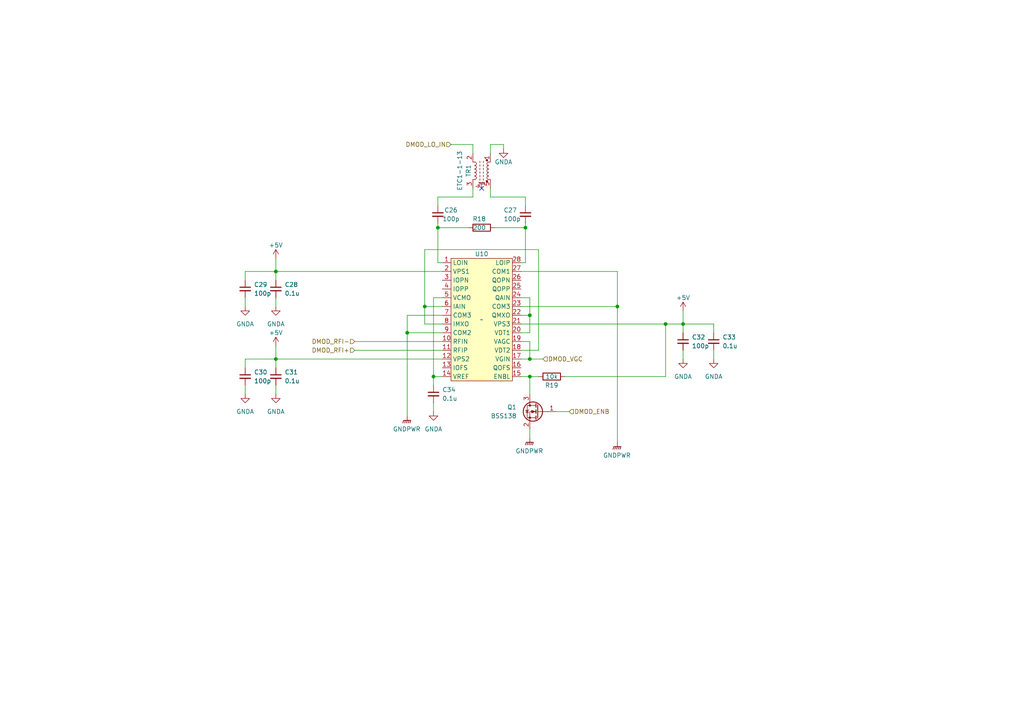
<source format=kicad_sch>
(kicad_sch (version 20230121) (generator eeschema)
  (paper "A4")
  (lib_symbols
    (symbol "Device:C_Small" (pin_numbers hide) (pin_names (offset 0.254) hide)
      (property "Reference" "C" (at 0.254 1.778 0))
      (property "Value" "C_Small" (at 0.254 -2.032 0))
      (symbol "C_Small_0_1"
        (polyline (pts (xy -1.524 -0.508) (xy 1.524 -0.508)) (stroke (width 0.3302)))
        (polyline (pts (xy -1.524 0.508) (xy 1.524 0.508)) (stroke (width 0.3048)))
      )
      (symbol "C_Small_1_1"
        (pin passive line (at 0 2.54 270) (length 2.032) (name "~") (number "1"))
        (pin passive line (at 0 -2.54 90) (length 2.032) (name "~") (number "2"))
      )
    )
    (symbol "Device:R" (pin_numbers hide) (pin_names (offset 0))
      (property "Reference" "R" (at 2.032 0 90))
      (property "Value" "R" (at 0 0 90))
      (symbol "R_0_1"
        (rectangle (start -1.016 -2.54) (end 1.016 2.54) (stroke (width 0.254)))
      )
      (symbol "R_1_1"
        (pin passive line (at 0 3.81 270) (length 1.27) (name "~") (number "1"))
        (pin passive line (at 0 -3.81 90) (length 1.27) (name "~") (number "2"))
      )
    )
    (symbol "MRDT_ICs:AD8347ARUZ"
      (property "Reference" "U" (at 0 19.05 0))
      (symbol "AD8347ARUZ_1_1"
        (rectangle (start -8.89 17.78) (end 8.89 -17.78) (fill (type background)))
        (pin input line (at -11.43 16.51 0) (length 2.54) (name "LOIN") (number "1"))
        (pin input line (at -11.43 -6.35 0) (length 2.54) (name "RFIN") (number "10"))
        (pin input line (at -11.43 -8.89 0) (length 2.54) (name "RFIP") (number "11"))
        (pin power_in line (at -11.43 -11.43 0) (length 2.54) (name "VPS2") (number "12"))
        (pin input line (at -11.43 -13.97 0) (length 2.54) (name "IOFS") (number "13"))
        (pin output line (at -11.43 -16.51 0) (length 2.54) (name "VREF") (number "14"))
        (pin input line (at 11.43 -16.51 180) (length 2.54) (name "ENBL") (number "15"))
        (pin input line (at 11.43 -13.97 180) (length 2.54) (name "QOFS") (number "16"))
        (pin input line (at 11.43 -11.43 180) (length 2.54) (name "VGIN") (number "17"))
        (pin input line (at 11.43 -8.89 180) (length 2.54) (name "VDT2") (number "18"))
        (pin output line (at 11.43 -6.35 180) (length 2.54) (name "VAGC") (number "19"))
        (pin power_in line (at -11.43 13.97 0) (length 2.54) (name "VPS1") (number "2"))
        (pin input line (at 11.43 -3.81 180) (length 2.54) (name "VDT1") (number "20"))
        (pin power_in line (at 11.43 -1.27 180) (length 2.54) (name "VPS3") (number "21"))
        (pin output line (at 11.43 1.27 180) (length 2.54) (name "QMXO") (number "22"))
        (pin power_in line (at 11.43 3.81 180) (length 2.54) (name "COM3") (number "23"))
        (pin input line (at 11.43 6.35 180) (length 2.54) (name "QAIN") (number "24"))
        (pin output line (at 11.43 8.89 180) (length 2.54) (name "QOPP") (number "25"))
        (pin output line (at 11.43 11.43 180) (length 2.54) (name "QOPN") (number "26"))
        (pin power_in line (at 11.43 13.97 180) (length 2.54) (name "COM1") (number "27"))
        (pin input line (at 11.43 16.51 180) (length 2.54) (name "LOIP") (number "28"))
        (pin output line (at -11.43 11.43 0) (length 2.54) (name "IOPN") (number "3"))
        (pin output line (at -11.43 8.89 0) (length 2.54) (name "IOPP") (number "4"))
        (pin input line (at -11.43 6.35 0) (length 2.54) (name "VCMO") (number "5"))
        (pin input line (at -11.43 3.81 0) (length 2.54) (name "IAIN") (number "6"))
        (pin power_in line (at -11.43 1.27 0) (length 2.54) (name "COM3") (number "7"))
        (pin output line (at -11.43 -1.27 0) (length 2.54) (name "IMXO") (number "8"))
        (pin power_in line (at -11.43 -3.81 0) (length 2.54) (name "COM2") (number "9"))
      )
    )
    (symbol "Transformer:ETC1-1-13" (pin_names hide)
      (property "Reference" "TR" (at 0 3.81 0))
      (property "Value" "ETC1-1-13" (at 0 -3.81 0))
      (symbol "ETC1-1-13_0_0"
        (polyline (pts (xy 3.81 0.762) (xy 3.81 -0.762)))
        (text "Mounting" (at 3.429 0 900) (effects (font (size 0.254 0.254) bold)))
      )
      (symbol "ETC1-1-13_1_1"
        (circle (center -3.048 1.524) (radius 0.254) (fill (type outline)))
        (arc (start -2.54 2.032) (mid -2.032 1.5262) (end -1.524 2.032))
        (arc (start -1.524 -2.032) (mid -2.032 -1.5262) (end -2.54 -2.032))
        (arc (start -1.524 2.032) (mid -1.016 1.5262) (end -0.508 2.032))
        (arc (start -0.508 -2.032) (mid -1.016 -1.5262) (end -1.524 -2.032))
        (arc (start -0.508 2.032) (mid 0 1.5262) (end 0.508 2.032))
        (polyline (pts (xy -2.794 -0.508) (xy -2.286 -0.508)))
        (polyline (pts (xy -2.794 0.508) (xy -2.286 0.508)))
        (polyline (pts (xy -2.54 -2.032) (xy -2.54 -2.54)))
        (polyline (pts (xy -2.54 2.032) (xy -2.54 2.54)))
        (polyline (pts (xy -1.778 -0.508) (xy -1.27 -0.508)))
        (polyline (pts (xy -1.778 0.508) (xy -1.27 0.508)))
        (polyline (pts (xy -0.762 -0.508) (xy -0.254 -0.508)))
        (polyline (pts (xy -0.762 0.508) (xy -0.254 0.508)))
        (polyline (pts (xy 0.254 -0.508) (xy 0.762 -0.508)))
        (polyline (pts (xy 0.254 0.508) (xy 0.762 0.508)))
        (polyline (pts (xy 1.27 -0.508) (xy 1.778 -0.508)))
        (polyline (pts (xy 1.27 0.508) (xy 1.778 0.508)))
        (polyline (pts (xy 2.286 -0.508) (xy 2.794 -0.508)))
        (polyline (pts (xy 2.286 0.508) (xy 2.794 0.508)))
        (polyline (pts (xy 2.54 -2.032) (xy 2.54 -2.54)))
        (polyline (pts (xy 2.54 2.54) (xy 2.54 2.032)))
        (arc (start 0.508 -2.032) (mid 0 -1.5262) (end -0.508 -2.032))
        (arc (start 0.508 2.032) (mid 1.016 1.5262) (end 1.524 2.032))
        (arc (start 1.524 -2.032) (mid 1.016 -1.5262) (end 0.508 -2.032))
        (arc (start 1.524 2.032) (mid 2.032 1.5262) (end 2.54 2.032))
        (arc (start 2.54 -2.032) (mid 2.032 -1.5262) (end 1.524 -2.032))
        (circle (center 3.048 1.524) (radius 0.254) (fill (type outline)))
        (pin passive line (at -5.08 2.54 0) (length 2.54) (name "~") (number "1"))
        (pin passive line (at -5.08 -2.54 0) (length 2.54) (name "~") (number "2"))
        (pin passive line (at 5.08 -2.54 180) (length 2.54) (name "~") (number "3"))
        (pin passive line (at 5.08 0 180) (length 1.27) (name "MP") (number "4"))
        (pin passive line (at 5.08 2.54 180) (length 2.54) (name "~") (number "5"))
      )
    )
    (symbol "Transistor_FET:BSS138" (pin_names hide)
      (property "Reference" "Q" (at 5.08 1.905 0))
      (property "Value" "BSS138" (at 5.08 0 0))
      (symbol "BSS138_0_1"
        (polyline (pts (xy 0.254 0) (xy -2.54 0)))
        (polyline (pts (xy 0.254 1.905) (xy 0.254 -1.905)) (stroke (width 0.254)))
        (polyline (pts (xy 0.762 -1.27) (xy 0.762 -2.286)) (stroke (width 0.254)))
        (polyline (pts (xy 0.762 0.508) (xy 0.762 -0.508)) (stroke (width 0.254)))
        (polyline (pts (xy 0.762 2.286) (xy 0.762 1.27)) (stroke (width 0.254)))
        (polyline (pts (xy 2.54 2.54) (xy 2.54 1.778)))
        (polyline (pts (xy 2.54 -2.54) (xy 2.54 0) (xy 0.762 0)))
        (polyline (pts (xy 0.762 -1.778) (xy 3.302 -1.778) (xy 3.302 1.778) (xy 0.762 1.778)))
        (polyline (pts (xy 1.016 0) (xy 2.032 0.381) (xy 2.032 -0.381) (xy 1.016 0)) (fill (type outline)))
        (polyline (pts (xy 2.794 0.508) (xy 2.921 0.381) (xy 3.683 0.381) (xy 3.81 0.254)))
        (polyline (pts (xy 3.302 0.381) (xy 2.921 -0.254) (xy 3.683 -0.254) (xy 3.302 0.381)))
        (circle (center 1.651 0) (radius 2.794) (stroke (width 0.254)))
        (circle (center 2.54 -1.778) (radius 0.254) (fill (type outline)))
        (circle (center 2.54 1.778) (radius 0.254) (fill (type outline)))
      )
      (symbol "BSS138_1_1"
        (pin input line (at -5.08 0 0) (length 2.54) (name "G") (number "1"))
        (pin passive line (at 2.54 -5.08 90) (length 2.54) (name "S") (number "2"))
        (pin passive line (at 2.54 5.08 270) (length 2.54) (name "D") (number "3"))
      )
    )
    (symbol "power:+5V" (power) (pin_names (offset 0))
      (property "Value" "+5V" (at 0 3.556 0))
      (symbol "+5V_0_1"
        (polyline (pts (xy -0.762 1.27) (xy 0 2.54)))
        (polyline (pts (xy 0 0) (xy 0 2.54)))
        (polyline (pts (xy 0 2.54) (xy 0.762 1.27)))
      )
      (symbol "+5V_1_1"
        (pin power_in line (at 0 0 90) (length 0) hide (name "+5V") (number "1"))
      )
    )
    (symbol "power:GNDA" (power) (pin_names (offset 0))
      (property "Value" "GNDA" (at 0 -3.81 0))
      (symbol "GNDA_0_1"
        (polyline (pts (xy 0 0) (xy 0 -1.27) (xy 1.27 -1.27) (xy 0 -2.54) (xy -1.27 -1.27) (xy 0 -1.27)))
      )
      (symbol "GNDA_1_1"
        (pin power_in line (at 0 0 270) (length 0) hide (name "GNDA") (number "1"))
      )
    )
    (symbol "power:GNDPWR" (power) (pin_names (offset 0))
      (property "Value" "GNDPWR" (at 0 -3.302 0))
      (symbol "GNDPWR_0_1"
        (polyline (pts (xy 0 -1.27) (xy 0 0)))
        (polyline (pts (xy -1.016 -1.27) (xy -1.27 -2.032) (xy -1.27 -2.032)) (stroke (width 0.2032)))
        (polyline (pts (xy -0.508 -1.27) (xy -0.762 -2.032) (xy -0.762 -2.032)) (stroke (width 0.2032)))
        (polyline (pts (xy 0 -1.27) (xy -0.254 -2.032) (xy -0.254 -2.032)) (stroke (width 0.2032)))
        (polyline (pts (xy 0.508 -1.27) (xy 0.254 -2.032) (xy 0.254 -2.032)) (stroke (width 0.2032)))
        (polyline (pts (xy 1.016 -1.27) (xy -1.016 -1.27) (xy -1.016 -1.27)) (stroke (width 0.2032)))
        (polyline (pts (xy 1.016 -1.27) (xy 0.762 -2.032) (xy 0.762 -2.032) (xy 0.762 -2.032)) (stroke (width 0.2032)))
      )
      (symbol "GNDPWR_1_1"
        (pin power_in line (at 0 0 270) (length 0) hide (name "GNDPWR") (number "1"))
      )
    )
  )
  (junction (at 152.4 66.04))
  (junction (at 153.67 91.44))
  (junction (at 80.01 104.14))
  (junction (at 153.67 109.22))
  (junction (at 125.73 109.22))
  (junction (at 118.11 96.52))
  (junction (at 153.67 104.14))
  (junction (at 193.04 93.98))
  (junction (at 123.19 88.9))
  (junction (at 127 66.04))
  (junction (at 198.12 93.98))
  (junction (at 80.01 78.74))
  (junction (at 179.07 88.9))
  (no_connect (at 139.7 54.61))
  (wire (pts (xy 80.01 104.14) (xy 80.01 106.68)))
  (wire (pts (xy 128.27 93.98) (xy 123.19 93.98)))
  (wire (pts (xy 80.01 74.93) (xy 80.01 78.74)))
  (wire (pts (xy 153.67 99.06) (xy 151.13 99.06)))
  (wire (pts (xy 151.13 101.6) (xy 156.21 101.6)))
  (wire (pts (xy 152.4 64.77) (xy 152.4 66.04)))
  (wire (pts (xy 137.16 41.91) (xy 137.16 44.45)))
  (wire (pts (xy 151.13 109.22) (xy 153.67 109.22)))
  (wire (pts (xy 125.73 109.22) (xy 125.73 111.76)))
  (wire (pts (xy 137.16 54.61) (xy 137.16 57.15)))
  (wire (pts (xy 102.87 101.6) (xy 128.27 101.6)))
  (wire (pts (xy 123.19 93.98) (xy 123.19 88.9)))
  (wire (pts (xy 102.87 99.06) (xy 128.27 99.06)))
  (wire (pts (xy 80.01 104.14) (xy 128.27 104.14)))
  (wire (pts (xy 118.11 96.52) (xy 118.11 91.44)))
  (wire (pts (xy 153.67 104.14) (xy 157.48 104.14)))
  (wire (pts (xy 151.13 96.52) (xy 153.67 96.52)))
  (wire (pts (xy 127 57.15) (xy 127 59.69)))
  (wire (pts (xy 128.27 109.22) (xy 125.73 109.22)))
  (wire (pts (xy 179.07 128.27) (xy 179.07 88.9)))
  (wire (pts (xy 153.67 96.52) (xy 153.67 91.44)))
  (wire (pts (xy 80.01 78.74) (xy 80.01 81.28)))
  (wire (pts (xy 193.04 109.22) (xy 193.04 93.98)))
  (wire (pts (xy 118.11 96.52) (xy 128.27 96.52)))
  (wire (pts (xy 142.24 41.91) (xy 142.24 44.45)))
  (wire (pts (xy 146.05 41.91) (xy 142.24 41.91)))
  (wire (pts (xy 80.01 78.74) (xy 71.12 78.74)))
  (wire (pts (xy 193.04 93.98) (xy 198.12 93.98)))
  (wire (pts (xy 207.01 93.98) (xy 207.01 96.52)))
  (wire (pts (xy 123.19 72.39) (xy 123.19 88.9)))
  (wire (pts (xy 71.12 104.14) (xy 71.12 106.68)))
  (wire (pts (xy 153.67 109.22) (xy 156.21 109.22)))
  (wire (pts (xy 137.16 57.15) (xy 127 57.15)))
  (wire (pts (xy 198.12 90.17) (xy 198.12 93.98)))
  (wire (pts (xy 151.13 104.14) (xy 153.67 104.14)))
  (wire (pts (xy 156.21 101.6) (xy 156.21 72.39)))
  (wire (pts (xy 207.01 93.98) (xy 198.12 93.98)))
  (wire (pts (xy 125.73 109.22) (xy 125.73 86.36)))
  (wire (pts (xy 127 66.04) (xy 135.89 66.04)))
  (wire (pts (xy 152.4 66.04) (xy 152.4 76.2)))
  (wire (pts (xy 156.21 72.39) (xy 123.19 72.39)))
  (wire (pts (xy 151.13 86.36) (xy 153.67 86.36)))
  (wire (pts (xy 80.01 78.74) (xy 128.27 78.74)))
  (wire (pts (xy 71.12 78.74) (xy 71.12 81.28)))
  (wire (pts (xy 71.12 86.36) (xy 71.12 88.9)))
  (wire (pts (xy 118.11 91.44) (xy 128.27 91.44)))
  (wire (pts (xy 163.83 109.22) (xy 193.04 109.22)))
  (wire (pts (xy 80.01 104.14) (xy 71.12 104.14)))
  (wire (pts (xy 152.4 76.2) (xy 151.13 76.2)))
  (wire (pts (xy 152.4 57.15) (xy 142.24 57.15)))
  (wire (pts (xy 179.07 88.9) (xy 151.13 88.9)))
  (wire (pts (xy 143.51 66.04) (xy 152.4 66.04)))
  (wire (pts (xy 127 76.2) (xy 128.27 76.2)))
  (wire (pts (xy 130.81 41.91) (xy 137.16 41.91)))
  (wire (pts (xy 151.13 78.74) (xy 179.07 78.74)))
  (wire (pts (xy 198.12 93.98) (xy 198.12 96.52)))
  (wire (pts (xy 80.01 100.33) (xy 80.01 104.14)))
  (wire (pts (xy 153.67 109.22) (xy 153.67 114.3)))
  (wire (pts (xy 118.11 120.65) (xy 118.11 96.52)))
  (wire (pts (xy 142.24 57.15) (xy 142.24 54.61)))
  (wire (pts (xy 153.67 91.44) (xy 153.67 86.36)))
  (wire (pts (xy 207.01 101.6) (xy 207.01 104.14)))
  (wire (pts (xy 80.01 86.36) (xy 80.01 88.9)))
  (wire (pts (xy 198.12 101.6) (xy 198.12 104.14)))
  (wire (pts (xy 152.4 59.69) (xy 152.4 57.15)))
  (wire (pts (xy 127 64.77) (xy 127 66.04)))
  (wire (pts (xy 151.13 91.44) (xy 153.67 91.44)))
  (wire (pts (xy 161.29 119.38) (xy 165.1 119.38)))
  (wire (pts (xy 179.07 78.74) (xy 179.07 88.9)))
  (wire (pts (xy 80.01 111.76) (xy 80.01 114.3)))
  (wire (pts (xy 153.67 124.46) (xy 153.67 127)))
  (wire (pts (xy 123.19 88.9) (xy 128.27 88.9)))
  (wire (pts (xy 146.05 43.18) (xy 146.05 41.91)))
  (wire (pts (xy 125.73 116.84) (xy 125.73 119.38)))
  (wire (pts (xy 127 66.04) (xy 127 76.2)))
  (wire (pts (xy 125.73 86.36) (xy 128.27 86.36)))
  (wire (pts (xy 71.12 111.76) (xy 71.12 114.3)))
  (wire (pts (xy 151.13 93.98) (xy 193.04 93.98)))
  (wire (pts (xy 153.67 104.14) (xy 153.67 99.06)))
  (hierarchical_label "DMOD_VGC" (shape input) (at 157.48 104.14 0))
  (hierarchical_label "DMOD_RFI+" (shape input) (at 102.87 101.6 180))
  (hierarchical_label "DMOD_LO_IN" (shape input) (at 130.81 41.91 180))
  (hierarchical_label "DMOD_ENB" (shape input) (at 165.1 119.38 0))
  (hierarchical_label "DMOD_RFI-" (shape input) (at 102.87 99.06 180))
  (symbol (lib_id "Device:C_Small") (at 80.01 83.82 0) (unit 1)
    (property "Reference" "C28" (at 82.55 82.5563 0) (effects (justify left)))
    (property "Value" "0.1u" (at 82.55 85.0963 0) (effects (justify left)))
  )
  (symbol (lib_id "Device:C_Small") (at 207.01 99.06 0) (unit 1)
    (property "Reference" "C33" (at 209.55 97.7963 0) (effects (justify left)))
    (property "Value" "0.1u" (at 209.55 100.3363 0) (effects (justify left)))
  )
  (symbol (lib_id "power:GNDPWR") (at 153.67 127 0) (unit 1)
    (property "Reference" "#PWR064" (effects hide))
    (property "Value" "GNDPWR" (at 153.543 130.81 0))
  )
  (symbol (lib_id "Transformer:ETC1-1-13") (at 139.7 49.53 270) (unit 1)
    (property "Reference" "TR1" (at 135.89 49.53 0))
    (property "Value" "ETC1-1-13" (at 133.35 49.53 0))
    (property "Footprint" "Transformer_SMD:Transformer_MACOM_SM-22" (effects hide))
    (property "Datasheet" "https://cdn.macom.com/datasheets/ETC1-1-13.pdf" (effects hide))
    (instances (project "900MHz_Radio_Hardware" (path "" (reference "TR1") (unit 1)) (path "" (reference "TR2") (unit 1))))
  )
  (symbol (lib_id "Transistor_FET:BSS138") (at 156.21 119.38 0) (mirror y) (unit 1)
    (property "Reference" "Q1" (at 149.86 118.11 0) (effects (justify left)))
    (property "Value" "BSS138" (at 149.86 120.65 0) (effects (justify left)))
    (property "Footprint" "Package_TO_SOT_SMD:SOT-23" (effects hide))
    (property "Datasheet" "https://www.onsemi.com/pub/Collateral/BSS138-D.PDF" (effects hide))
  )
  (symbol (lib_id "power:GNDA") (at 125.73 119.38 0) (unit 1)
    (property "Reference" "#PWR065" (effects hide))
    (property "Value" "GNDA" (at 125.73 124.46 0))
  )
  (symbol (lib_id "power:GNDA") (at 80.01 88.9 0) (unit 1)
    (property "Reference" "#PWR056" (effects hide))
    (property "Value" "GNDA" (at 80.01 93.98 0))
  )
  (symbol (lib_id "Device:C_Small") (at 80.01 109.22 0) (unit 1)
    (property "Reference" "C31" (at 82.55 107.9563 0) (effects (justify left)))
    (property "Value" "0.1u" (at 82.55 110.4963 0) (effects (justify left)))
  )
  (symbol (lib_id "Device:C_Small") (at 71.12 83.82 0) (unit 1)
    (property "Reference" "C29" (at 73.66 82.5563 0) (effects (justify left)))
    (property "Value" "100p" (at 73.66 85.0963 0) (effects (justify left)))
  )
  (symbol (lib_id "MRDT_ICs:AD8347ARUZ") (at 139.7 92.71 0) (unit 1)
    (property "Reference" "U10" (at 139.7 73.66 0))
    (property "Value" "~" (at 139.7 92.71 0))
    (property "Footprint" "Package_SO:TSSOP-28_4.4x9.7mm_P0.65mm" (effects hide))
    (property "Datasheet" "https://www.analog.com/media/en/technical-documentation/data-sheets/AD8347.pdf" (effects hide))
  )
  (symbol (lib_id "power:GNDA") (at 207.01 104.14 0) (unit 1)
    (property "Reference" "#PWR061" (effects hide))
    (property "Value" "GNDA" (at 207.01 109.22 0))
  )
  (symbol (lib_id "power:GNDA") (at 80.01 114.3 0) (unit 1)
    (property "Reference" "#PWR059" (effects hide))
    (property "Value" "GNDA" (at 80.01 119.38 0))
  )
  (symbol (lib_id "Device:R") (at 160.02 109.22 90) (unit 1)
    (property "Reference" "R19" (at 160.02 111.76 90))
    (property "Value" "10k" (at 160.02 109.22 90))
  )
  (symbol (lib_id "power:GNDA") (at 198.12 104.14 0) (unit 1)
    (property "Reference" "#PWR060" (effects hide))
    (property "Value" "GNDA" (at 198.12 109.22 0))
  )
  (symbol (lib_id "power:GNDPWR") (at 179.07 128.27 0) (unit 1)
    (property "Reference" "#PWR069" (effects hide))
    (property "Value" "GNDPWR" (at 178.943 132.08 0))
  )
  (symbol (lib_id "power:+5V") (at 80.01 100.33 0) (unit 1)
    (property "Reference" "#PWR063" (effects hide))
    (property "Value" "+5V" (at 80.01 96.52 0))
  )
  (symbol (lib_id "Device:C_Small") (at 127 62.23 0) (unit 1)
    (property "Reference" "C26" (at 130.81 60.96 0))
    (property "Value" "100p" (at 130.81 63.5 0))
  )
  (symbol (lib_id "Device:C_Small") (at 71.12 109.22 0) (unit 1)
    (property "Reference" "C30" (at 73.66 107.9563 0) (effects (justify left)))
    (property "Value" "100p" (at 73.66 110.4963 0) (effects (justify left)))
  )
  (symbol (lib_id "power:+5V") (at 198.12 90.17 0) (unit 1)
    (property "Reference" "#PWR062" (effects hide))
    (property "Value" "+5V" (at 198.12 86.36 0))
  )
  (symbol (lib_id "power:+5V") (at 80.01 74.93 0) (unit 1)
    (property "Reference" "#PWR055" (effects hide))
    (property "Value" "+5V" (at 80.01 71.12 0))
  )
  (symbol (lib_id "Device:R") (at 139.7 66.04 90) (unit 1)
    (property "Reference" "R18" (at 140.97 63.5 90) (effects (justify left)))
    (property "Value" "200" (at 140.97 66.04 90) (effects (justify left)))
  )
  (symbol (lib_id "Device:C_Small") (at 198.12 99.06 0) (unit 1)
    (property "Reference" "C32" (at 200.66 97.7963 0) (effects (justify left)))
    (property "Value" "100p" (at 200.66 100.3363 0) (effects (justify left)))
  )
  (symbol (lib_id "Device:C_Small") (at 125.73 114.3 0) (unit 1)
    (property "Reference" "C34" (at 128.27 113.0363 0) (effects (justify left)))
    (property "Value" "0.1u" (at 128.27 115.5763 0) (effects (justify left)))
  )
  (symbol (lib_id "power:GNDA") (at 71.12 88.9 0) (unit 1)
    (property "Reference" "#PWR057" (effects hide))
    (property "Value" "GNDA" (at 71.12 93.98 0))
  )
  (symbol (lib_id "power:GNDA") (at 146.05 43.18 0) (unit 1)
    (property "Reference" "#PWR033" (effects hide))
    (property "Value" "GNDA" (at 146.05 46.99 0))
    (instances (project "900MHz_Radio_Hardware" (path "" (reference "#PWR033") (unit 1)) (path "" (reference "#PWR054") (unit 1))))
  )
  (symbol (lib_id "power:GNDPWR") (at 118.11 120.65 0) (unit 1)
    (property "Reference" "#PWR068" (effects hide))
    (property "Value" "GNDPWR" (at 117.983 124.46 0))
  )
  (symbol (lib_id "Device:C_Small") (at 152.4 62.23 0) (unit 1)
    (property "Reference" "C27" (at 146.05 60.96 0) (effects (justify left)))
    (property "Value" "100p" (at 146.05 63.5 0) (effects (justify left)))
  )
  (symbol (lib_id "power:GNDA") (at 71.12 114.3 0) (unit 1)
    (property "Reference" "#PWR058" (effects hide))
    (property "Value" "GNDA" (at 71.12 119.38 0))
  )
)
</source>
